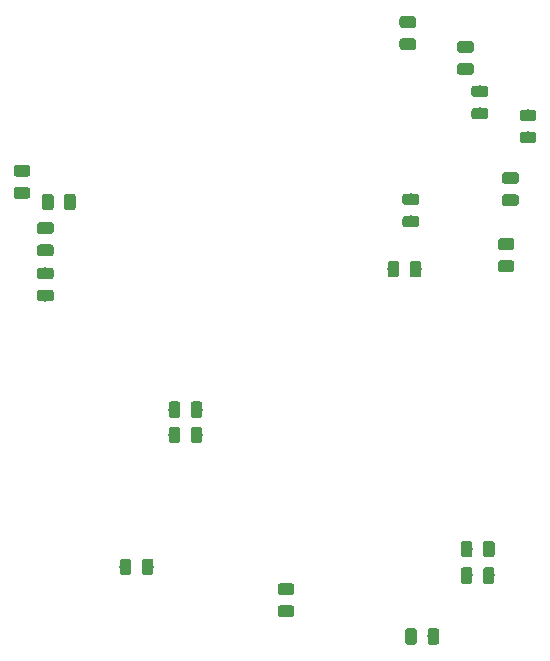
<source format=gbr>
G04 #@! TF.GenerationSoftware,KiCad,Pcbnew,(5.1.2)-1*
G04 #@! TF.CreationDate,2019-05-23T11:15:45-04:00*
G04 #@! TF.ProjectId,lc_dc1000,6c635f64-6331-4303-9030-2e6b69636164,rev?*
G04 #@! TF.SameCoordinates,Original*
G04 #@! TF.FileFunction,Paste,Bot*
G04 #@! TF.FilePolarity,Positive*
%FSLAX46Y46*%
G04 Gerber Fmt 4.6, Leading zero omitted, Abs format (unit mm)*
G04 Created by KiCad (PCBNEW (5.1.2)-1) date 2019-05-23 11:15:45*
%MOMM*%
%LPD*%
G04 APERTURE LIST*
%ADD10C,0.100000*%
%ADD11C,0.975000*%
G04 APERTURE END LIST*
D10*
G36*
X181441242Y-120611574D02*
G01*
X181464903Y-120615084D01*
X181488107Y-120620896D01*
X181510629Y-120628954D01*
X181532253Y-120639182D01*
X181552770Y-120651479D01*
X181571983Y-120665729D01*
X181589707Y-120681793D01*
X181605771Y-120699517D01*
X181620021Y-120718730D01*
X181632318Y-120739247D01*
X181642546Y-120760871D01*
X181650604Y-120783393D01*
X181656416Y-120806597D01*
X181659926Y-120830258D01*
X181661100Y-120854150D01*
X181661100Y-121766650D01*
X181659926Y-121790542D01*
X181656416Y-121814203D01*
X181650604Y-121837407D01*
X181642546Y-121859929D01*
X181632318Y-121881553D01*
X181620021Y-121902070D01*
X181605771Y-121921283D01*
X181589707Y-121939007D01*
X181571983Y-121955071D01*
X181552770Y-121969321D01*
X181532253Y-121981618D01*
X181510629Y-121991846D01*
X181488107Y-121999904D01*
X181464903Y-122005716D01*
X181441242Y-122009226D01*
X181417350Y-122010400D01*
X180929850Y-122010400D01*
X180905958Y-122009226D01*
X180882297Y-122005716D01*
X180859093Y-121999904D01*
X180836571Y-121991846D01*
X180814947Y-121981618D01*
X180794430Y-121969321D01*
X180775217Y-121955071D01*
X180757493Y-121939007D01*
X180741429Y-121921283D01*
X180727179Y-121902070D01*
X180714882Y-121881553D01*
X180704654Y-121859929D01*
X180696596Y-121837407D01*
X180690784Y-121814203D01*
X180687274Y-121790542D01*
X180686100Y-121766650D01*
X180686100Y-120854150D01*
X180687274Y-120830258D01*
X180690784Y-120806597D01*
X180696596Y-120783393D01*
X180704654Y-120760871D01*
X180714882Y-120739247D01*
X180727179Y-120718730D01*
X180741429Y-120699517D01*
X180757493Y-120681793D01*
X180775217Y-120665729D01*
X180794430Y-120651479D01*
X180814947Y-120639182D01*
X180836571Y-120628954D01*
X180859093Y-120620896D01*
X180882297Y-120615084D01*
X180905958Y-120611574D01*
X180929850Y-120610400D01*
X181417350Y-120610400D01*
X181441242Y-120611574D01*
X181441242Y-120611574D01*
G37*
D11*
X181173600Y-121310400D03*
D10*
G36*
X179566242Y-120611574D02*
G01*
X179589903Y-120615084D01*
X179613107Y-120620896D01*
X179635629Y-120628954D01*
X179657253Y-120639182D01*
X179677770Y-120651479D01*
X179696983Y-120665729D01*
X179714707Y-120681793D01*
X179730771Y-120699517D01*
X179745021Y-120718730D01*
X179757318Y-120739247D01*
X179767546Y-120760871D01*
X179775604Y-120783393D01*
X179781416Y-120806597D01*
X179784926Y-120830258D01*
X179786100Y-120854150D01*
X179786100Y-121766650D01*
X179784926Y-121790542D01*
X179781416Y-121814203D01*
X179775604Y-121837407D01*
X179767546Y-121859929D01*
X179757318Y-121881553D01*
X179745021Y-121902070D01*
X179730771Y-121921283D01*
X179714707Y-121939007D01*
X179696983Y-121955071D01*
X179677770Y-121969321D01*
X179657253Y-121981618D01*
X179635629Y-121991846D01*
X179613107Y-121999904D01*
X179589903Y-122005716D01*
X179566242Y-122009226D01*
X179542350Y-122010400D01*
X179054850Y-122010400D01*
X179030958Y-122009226D01*
X179007297Y-122005716D01*
X178984093Y-121999904D01*
X178961571Y-121991846D01*
X178939947Y-121981618D01*
X178919430Y-121969321D01*
X178900217Y-121955071D01*
X178882493Y-121939007D01*
X178866429Y-121921283D01*
X178852179Y-121902070D01*
X178839882Y-121881553D01*
X178829654Y-121859929D01*
X178821596Y-121837407D01*
X178815784Y-121814203D01*
X178812274Y-121790542D01*
X178811100Y-121766650D01*
X178811100Y-120854150D01*
X178812274Y-120830258D01*
X178815784Y-120806597D01*
X178821596Y-120783393D01*
X178829654Y-120760871D01*
X178839882Y-120739247D01*
X178852179Y-120718730D01*
X178866429Y-120699517D01*
X178882493Y-120681793D01*
X178900217Y-120665729D01*
X178919430Y-120651479D01*
X178939947Y-120639182D01*
X178961571Y-120628954D01*
X178984093Y-120620896D01*
X179007297Y-120615084D01*
X179030958Y-120611574D01*
X179054850Y-120610400D01*
X179542350Y-120610400D01*
X179566242Y-120611574D01*
X179566242Y-120611574D01*
G37*
D11*
X179298600Y-121310400D03*
D10*
G36*
X203751642Y-126504374D02*
G01*
X203775303Y-126507884D01*
X203798507Y-126513696D01*
X203821029Y-126521754D01*
X203842653Y-126531982D01*
X203863170Y-126544279D01*
X203882383Y-126558529D01*
X203900107Y-126574593D01*
X203916171Y-126592317D01*
X203930421Y-126611530D01*
X203942718Y-126632047D01*
X203952946Y-126653671D01*
X203961004Y-126676193D01*
X203966816Y-126699397D01*
X203970326Y-126723058D01*
X203971500Y-126746950D01*
X203971500Y-127659450D01*
X203970326Y-127683342D01*
X203966816Y-127707003D01*
X203961004Y-127730207D01*
X203952946Y-127752729D01*
X203942718Y-127774353D01*
X203930421Y-127794870D01*
X203916171Y-127814083D01*
X203900107Y-127831807D01*
X203882383Y-127847871D01*
X203863170Y-127862121D01*
X203842653Y-127874418D01*
X203821029Y-127884646D01*
X203798507Y-127892704D01*
X203775303Y-127898516D01*
X203751642Y-127902026D01*
X203727750Y-127903200D01*
X203240250Y-127903200D01*
X203216358Y-127902026D01*
X203192697Y-127898516D01*
X203169493Y-127892704D01*
X203146971Y-127884646D01*
X203125347Y-127874418D01*
X203104830Y-127862121D01*
X203085617Y-127847871D01*
X203067893Y-127831807D01*
X203051829Y-127814083D01*
X203037579Y-127794870D01*
X203025282Y-127774353D01*
X203015054Y-127752729D01*
X203006996Y-127730207D01*
X203001184Y-127707003D01*
X202997674Y-127683342D01*
X202996500Y-127659450D01*
X202996500Y-126746950D01*
X202997674Y-126723058D01*
X203001184Y-126699397D01*
X203006996Y-126676193D01*
X203015054Y-126653671D01*
X203025282Y-126632047D01*
X203037579Y-126611530D01*
X203051829Y-126592317D01*
X203067893Y-126574593D01*
X203085617Y-126558529D01*
X203104830Y-126544279D01*
X203125347Y-126531982D01*
X203146971Y-126521754D01*
X203169493Y-126513696D01*
X203192697Y-126507884D01*
X203216358Y-126504374D01*
X203240250Y-126503200D01*
X203727750Y-126503200D01*
X203751642Y-126504374D01*
X203751642Y-126504374D01*
G37*
D11*
X203484000Y-127203200D03*
D10*
G36*
X205626642Y-126504374D02*
G01*
X205650303Y-126507884D01*
X205673507Y-126513696D01*
X205696029Y-126521754D01*
X205717653Y-126531982D01*
X205738170Y-126544279D01*
X205757383Y-126558529D01*
X205775107Y-126574593D01*
X205791171Y-126592317D01*
X205805421Y-126611530D01*
X205817718Y-126632047D01*
X205827946Y-126653671D01*
X205836004Y-126676193D01*
X205841816Y-126699397D01*
X205845326Y-126723058D01*
X205846500Y-126746950D01*
X205846500Y-127659450D01*
X205845326Y-127683342D01*
X205841816Y-127707003D01*
X205836004Y-127730207D01*
X205827946Y-127752729D01*
X205817718Y-127774353D01*
X205805421Y-127794870D01*
X205791171Y-127814083D01*
X205775107Y-127831807D01*
X205757383Y-127847871D01*
X205738170Y-127862121D01*
X205717653Y-127874418D01*
X205696029Y-127884646D01*
X205673507Y-127892704D01*
X205650303Y-127898516D01*
X205626642Y-127902026D01*
X205602750Y-127903200D01*
X205115250Y-127903200D01*
X205091358Y-127902026D01*
X205067697Y-127898516D01*
X205044493Y-127892704D01*
X205021971Y-127884646D01*
X205000347Y-127874418D01*
X204979830Y-127862121D01*
X204960617Y-127847871D01*
X204942893Y-127831807D01*
X204926829Y-127814083D01*
X204912579Y-127794870D01*
X204900282Y-127774353D01*
X204890054Y-127752729D01*
X204881996Y-127730207D01*
X204876184Y-127707003D01*
X204872674Y-127683342D01*
X204871500Y-127659450D01*
X204871500Y-126746950D01*
X204872674Y-126723058D01*
X204876184Y-126699397D01*
X204881996Y-126676193D01*
X204890054Y-126653671D01*
X204900282Y-126632047D01*
X204912579Y-126611530D01*
X204926829Y-126592317D01*
X204942893Y-126574593D01*
X204960617Y-126558529D01*
X204979830Y-126544279D01*
X205000347Y-126531982D01*
X205021971Y-126521754D01*
X205044493Y-126513696D01*
X205067697Y-126507884D01*
X205091358Y-126504374D01*
X205115250Y-126503200D01*
X205602750Y-126503200D01*
X205626642Y-126504374D01*
X205626642Y-126504374D01*
G37*
D11*
X205359000Y-127203200D03*
D10*
G36*
X185586042Y-107301974D02*
G01*
X185609703Y-107305484D01*
X185632907Y-107311296D01*
X185655429Y-107319354D01*
X185677053Y-107329582D01*
X185697570Y-107341879D01*
X185716783Y-107356129D01*
X185734507Y-107372193D01*
X185750571Y-107389917D01*
X185764821Y-107409130D01*
X185777118Y-107429647D01*
X185787346Y-107451271D01*
X185795404Y-107473793D01*
X185801216Y-107496997D01*
X185804726Y-107520658D01*
X185805900Y-107544550D01*
X185805900Y-108457050D01*
X185804726Y-108480942D01*
X185801216Y-108504603D01*
X185795404Y-108527807D01*
X185787346Y-108550329D01*
X185777118Y-108571953D01*
X185764821Y-108592470D01*
X185750571Y-108611683D01*
X185734507Y-108629407D01*
X185716783Y-108645471D01*
X185697570Y-108659721D01*
X185677053Y-108672018D01*
X185655429Y-108682246D01*
X185632907Y-108690304D01*
X185609703Y-108696116D01*
X185586042Y-108699626D01*
X185562150Y-108700800D01*
X185074650Y-108700800D01*
X185050758Y-108699626D01*
X185027097Y-108696116D01*
X185003893Y-108690304D01*
X184981371Y-108682246D01*
X184959747Y-108672018D01*
X184939230Y-108659721D01*
X184920017Y-108645471D01*
X184902293Y-108629407D01*
X184886229Y-108611683D01*
X184871979Y-108592470D01*
X184859682Y-108571953D01*
X184849454Y-108550329D01*
X184841396Y-108527807D01*
X184835584Y-108504603D01*
X184832074Y-108480942D01*
X184830900Y-108457050D01*
X184830900Y-107544550D01*
X184832074Y-107520658D01*
X184835584Y-107496997D01*
X184841396Y-107473793D01*
X184849454Y-107451271D01*
X184859682Y-107429647D01*
X184871979Y-107409130D01*
X184886229Y-107389917D01*
X184902293Y-107372193D01*
X184920017Y-107356129D01*
X184939230Y-107341879D01*
X184959747Y-107329582D01*
X184981371Y-107319354D01*
X185003893Y-107311296D01*
X185027097Y-107305484D01*
X185050758Y-107301974D01*
X185074650Y-107300800D01*
X185562150Y-107300800D01*
X185586042Y-107301974D01*
X185586042Y-107301974D01*
G37*
D11*
X185318400Y-108000800D03*
D10*
G36*
X183711042Y-107301974D02*
G01*
X183734703Y-107305484D01*
X183757907Y-107311296D01*
X183780429Y-107319354D01*
X183802053Y-107329582D01*
X183822570Y-107341879D01*
X183841783Y-107356129D01*
X183859507Y-107372193D01*
X183875571Y-107389917D01*
X183889821Y-107409130D01*
X183902118Y-107429647D01*
X183912346Y-107451271D01*
X183920404Y-107473793D01*
X183926216Y-107496997D01*
X183929726Y-107520658D01*
X183930900Y-107544550D01*
X183930900Y-108457050D01*
X183929726Y-108480942D01*
X183926216Y-108504603D01*
X183920404Y-108527807D01*
X183912346Y-108550329D01*
X183902118Y-108571953D01*
X183889821Y-108592470D01*
X183875571Y-108611683D01*
X183859507Y-108629407D01*
X183841783Y-108645471D01*
X183822570Y-108659721D01*
X183802053Y-108672018D01*
X183780429Y-108682246D01*
X183757907Y-108690304D01*
X183734703Y-108696116D01*
X183711042Y-108699626D01*
X183687150Y-108700800D01*
X183199650Y-108700800D01*
X183175758Y-108699626D01*
X183152097Y-108696116D01*
X183128893Y-108690304D01*
X183106371Y-108682246D01*
X183084747Y-108672018D01*
X183064230Y-108659721D01*
X183045017Y-108645471D01*
X183027293Y-108629407D01*
X183011229Y-108611683D01*
X182996979Y-108592470D01*
X182984682Y-108571953D01*
X182974454Y-108550329D01*
X182966396Y-108527807D01*
X182960584Y-108504603D01*
X182957074Y-108480942D01*
X182955900Y-108457050D01*
X182955900Y-107544550D01*
X182957074Y-107520658D01*
X182960584Y-107496997D01*
X182966396Y-107473793D01*
X182974454Y-107451271D01*
X182984682Y-107429647D01*
X182996979Y-107409130D01*
X183011229Y-107389917D01*
X183027293Y-107372193D01*
X183045017Y-107356129D01*
X183064230Y-107341879D01*
X183084747Y-107329582D01*
X183106371Y-107319354D01*
X183128893Y-107311296D01*
X183152097Y-107305484D01*
X183175758Y-107301974D01*
X183199650Y-107300800D01*
X183687150Y-107300800D01*
X183711042Y-107301974D01*
X183711042Y-107301974D01*
G37*
D11*
X183443400Y-108000800D03*
D10*
G36*
X171015742Y-89171074D02*
G01*
X171039403Y-89174584D01*
X171062607Y-89180396D01*
X171085129Y-89188454D01*
X171106753Y-89198682D01*
X171127270Y-89210979D01*
X171146483Y-89225229D01*
X171164207Y-89241293D01*
X171180271Y-89259017D01*
X171194521Y-89278230D01*
X171206818Y-89298747D01*
X171217046Y-89320371D01*
X171225104Y-89342893D01*
X171230916Y-89366097D01*
X171234426Y-89389758D01*
X171235600Y-89413650D01*
X171235600Y-89901150D01*
X171234426Y-89925042D01*
X171230916Y-89948703D01*
X171225104Y-89971907D01*
X171217046Y-89994429D01*
X171206818Y-90016053D01*
X171194521Y-90036570D01*
X171180271Y-90055783D01*
X171164207Y-90073507D01*
X171146483Y-90089571D01*
X171127270Y-90103821D01*
X171106753Y-90116118D01*
X171085129Y-90126346D01*
X171062607Y-90134404D01*
X171039403Y-90140216D01*
X171015742Y-90143726D01*
X170991850Y-90144900D01*
X170079350Y-90144900D01*
X170055458Y-90143726D01*
X170031797Y-90140216D01*
X170008593Y-90134404D01*
X169986071Y-90126346D01*
X169964447Y-90116118D01*
X169943930Y-90103821D01*
X169924717Y-90089571D01*
X169906993Y-90073507D01*
X169890929Y-90055783D01*
X169876679Y-90036570D01*
X169864382Y-90016053D01*
X169854154Y-89994429D01*
X169846096Y-89971907D01*
X169840284Y-89948703D01*
X169836774Y-89925042D01*
X169835600Y-89901150D01*
X169835600Y-89413650D01*
X169836774Y-89389758D01*
X169840284Y-89366097D01*
X169846096Y-89342893D01*
X169854154Y-89320371D01*
X169864382Y-89298747D01*
X169876679Y-89278230D01*
X169890929Y-89259017D01*
X169906993Y-89241293D01*
X169924717Y-89225229D01*
X169943930Y-89210979D01*
X169964447Y-89198682D01*
X169986071Y-89188454D01*
X170008593Y-89180396D01*
X170031797Y-89174584D01*
X170055458Y-89171074D01*
X170079350Y-89169900D01*
X170991850Y-89169900D01*
X171015742Y-89171074D01*
X171015742Y-89171074D01*
G37*
D11*
X170535600Y-89657400D03*
D10*
G36*
X171015742Y-87296074D02*
G01*
X171039403Y-87299584D01*
X171062607Y-87305396D01*
X171085129Y-87313454D01*
X171106753Y-87323682D01*
X171127270Y-87335979D01*
X171146483Y-87350229D01*
X171164207Y-87366293D01*
X171180271Y-87384017D01*
X171194521Y-87403230D01*
X171206818Y-87423747D01*
X171217046Y-87445371D01*
X171225104Y-87467893D01*
X171230916Y-87491097D01*
X171234426Y-87514758D01*
X171235600Y-87538650D01*
X171235600Y-88026150D01*
X171234426Y-88050042D01*
X171230916Y-88073703D01*
X171225104Y-88096907D01*
X171217046Y-88119429D01*
X171206818Y-88141053D01*
X171194521Y-88161570D01*
X171180271Y-88180783D01*
X171164207Y-88198507D01*
X171146483Y-88214571D01*
X171127270Y-88228821D01*
X171106753Y-88241118D01*
X171085129Y-88251346D01*
X171062607Y-88259404D01*
X171039403Y-88265216D01*
X171015742Y-88268726D01*
X170991850Y-88269900D01*
X170079350Y-88269900D01*
X170055458Y-88268726D01*
X170031797Y-88265216D01*
X170008593Y-88259404D01*
X169986071Y-88251346D01*
X169964447Y-88241118D01*
X169943930Y-88228821D01*
X169924717Y-88214571D01*
X169906993Y-88198507D01*
X169890929Y-88180783D01*
X169876679Y-88161570D01*
X169864382Y-88141053D01*
X169854154Y-88119429D01*
X169846096Y-88096907D01*
X169840284Y-88073703D01*
X169836774Y-88050042D01*
X169835600Y-88026150D01*
X169835600Y-87538650D01*
X169836774Y-87514758D01*
X169840284Y-87491097D01*
X169846096Y-87467893D01*
X169854154Y-87445371D01*
X169864382Y-87423747D01*
X169876679Y-87403230D01*
X169890929Y-87384017D01*
X169906993Y-87366293D01*
X169924717Y-87350229D01*
X169943930Y-87335979D01*
X169964447Y-87323682D01*
X169986071Y-87313454D01*
X170008593Y-87305396D01*
X170031797Y-87299584D01*
X170055458Y-87296074D01*
X170079350Y-87294900D01*
X170991850Y-87294900D01*
X171015742Y-87296074D01*
X171015742Y-87296074D01*
G37*
D11*
X170535600Y-87782400D03*
D10*
G36*
X172996942Y-92147474D02*
G01*
X173020603Y-92150984D01*
X173043807Y-92156796D01*
X173066329Y-92164854D01*
X173087953Y-92175082D01*
X173108470Y-92187379D01*
X173127683Y-92201629D01*
X173145407Y-92217693D01*
X173161471Y-92235417D01*
X173175721Y-92254630D01*
X173188018Y-92275147D01*
X173198246Y-92296771D01*
X173206304Y-92319293D01*
X173212116Y-92342497D01*
X173215626Y-92366158D01*
X173216800Y-92390050D01*
X173216800Y-92877550D01*
X173215626Y-92901442D01*
X173212116Y-92925103D01*
X173206304Y-92948307D01*
X173198246Y-92970829D01*
X173188018Y-92992453D01*
X173175721Y-93012970D01*
X173161471Y-93032183D01*
X173145407Y-93049907D01*
X173127683Y-93065971D01*
X173108470Y-93080221D01*
X173087953Y-93092518D01*
X173066329Y-93102746D01*
X173043807Y-93110804D01*
X173020603Y-93116616D01*
X172996942Y-93120126D01*
X172973050Y-93121300D01*
X172060550Y-93121300D01*
X172036658Y-93120126D01*
X172012997Y-93116616D01*
X171989793Y-93110804D01*
X171967271Y-93102746D01*
X171945647Y-93092518D01*
X171925130Y-93080221D01*
X171905917Y-93065971D01*
X171888193Y-93049907D01*
X171872129Y-93032183D01*
X171857879Y-93012970D01*
X171845582Y-92992453D01*
X171835354Y-92970829D01*
X171827296Y-92948307D01*
X171821484Y-92925103D01*
X171817974Y-92901442D01*
X171816800Y-92877550D01*
X171816800Y-92390050D01*
X171817974Y-92366158D01*
X171821484Y-92342497D01*
X171827296Y-92319293D01*
X171835354Y-92296771D01*
X171845582Y-92275147D01*
X171857879Y-92254630D01*
X171872129Y-92235417D01*
X171888193Y-92217693D01*
X171905917Y-92201629D01*
X171925130Y-92187379D01*
X171945647Y-92175082D01*
X171967271Y-92164854D01*
X171989793Y-92156796D01*
X172012997Y-92150984D01*
X172036658Y-92147474D01*
X172060550Y-92146300D01*
X172973050Y-92146300D01*
X172996942Y-92147474D01*
X172996942Y-92147474D01*
G37*
D11*
X172516800Y-92633800D03*
D10*
G36*
X172996942Y-94022474D02*
G01*
X173020603Y-94025984D01*
X173043807Y-94031796D01*
X173066329Y-94039854D01*
X173087953Y-94050082D01*
X173108470Y-94062379D01*
X173127683Y-94076629D01*
X173145407Y-94092693D01*
X173161471Y-94110417D01*
X173175721Y-94129630D01*
X173188018Y-94150147D01*
X173198246Y-94171771D01*
X173206304Y-94194293D01*
X173212116Y-94217497D01*
X173215626Y-94241158D01*
X173216800Y-94265050D01*
X173216800Y-94752550D01*
X173215626Y-94776442D01*
X173212116Y-94800103D01*
X173206304Y-94823307D01*
X173198246Y-94845829D01*
X173188018Y-94867453D01*
X173175721Y-94887970D01*
X173161471Y-94907183D01*
X173145407Y-94924907D01*
X173127683Y-94940971D01*
X173108470Y-94955221D01*
X173087953Y-94967518D01*
X173066329Y-94977746D01*
X173043807Y-94985804D01*
X173020603Y-94991616D01*
X172996942Y-94995126D01*
X172973050Y-94996300D01*
X172060550Y-94996300D01*
X172036658Y-94995126D01*
X172012997Y-94991616D01*
X171989793Y-94985804D01*
X171967271Y-94977746D01*
X171945647Y-94967518D01*
X171925130Y-94955221D01*
X171905917Y-94940971D01*
X171888193Y-94924907D01*
X171872129Y-94907183D01*
X171857879Y-94887970D01*
X171845582Y-94867453D01*
X171835354Y-94845829D01*
X171827296Y-94823307D01*
X171821484Y-94800103D01*
X171817974Y-94776442D01*
X171816800Y-94752550D01*
X171816800Y-94265050D01*
X171817974Y-94241158D01*
X171821484Y-94217497D01*
X171827296Y-94194293D01*
X171835354Y-94171771D01*
X171845582Y-94150147D01*
X171857879Y-94129630D01*
X171872129Y-94110417D01*
X171888193Y-94092693D01*
X171905917Y-94076629D01*
X171925130Y-94062379D01*
X171945647Y-94050082D01*
X171967271Y-94039854D01*
X171989793Y-94031796D01*
X172012997Y-94025984D01*
X172036658Y-94022474D01*
X172060550Y-94021300D01*
X172973050Y-94021300D01*
X172996942Y-94022474D01*
X172996942Y-94022474D01*
G37*
D11*
X172516800Y-94508800D03*
D10*
G36*
X193367742Y-122708274D02*
G01*
X193391403Y-122711784D01*
X193414607Y-122717596D01*
X193437129Y-122725654D01*
X193458753Y-122735882D01*
X193479270Y-122748179D01*
X193498483Y-122762429D01*
X193516207Y-122778493D01*
X193532271Y-122796217D01*
X193546521Y-122815430D01*
X193558818Y-122835947D01*
X193569046Y-122857571D01*
X193577104Y-122880093D01*
X193582916Y-122903297D01*
X193586426Y-122926958D01*
X193587600Y-122950850D01*
X193587600Y-123438350D01*
X193586426Y-123462242D01*
X193582916Y-123485903D01*
X193577104Y-123509107D01*
X193569046Y-123531629D01*
X193558818Y-123553253D01*
X193546521Y-123573770D01*
X193532271Y-123592983D01*
X193516207Y-123610707D01*
X193498483Y-123626771D01*
X193479270Y-123641021D01*
X193458753Y-123653318D01*
X193437129Y-123663546D01*
X193414607Y-123671604D01*
X193391403Y-123677416D01*
X193367742Y-123680926D01*
X193343850Y-123682100D01*
X192431350Y-123682100D01*
X192407458Y-123680926D01*
X192383797Y-123677416D01*
X192360593Y-123671604D01*
X192338071Y-123663546D01*
X192316447Y-123653318D01*
X192295930Y-123641021D01*
X192276717Y-123626771D01*
X192258993Y-123610707D01*
X192242929Y-123592983D01*
X192228679Y-123573770D01*
X192216382Y-123553253D01*
X192206154Y-123531629D01*
X192198096Y-123509107D01*
X192192284Y-123485903D01*
X192188774Y-123462242D01*
X192187600Y-123438350D01*
X192187600Y-122950850D01*
X192188774Y-122926958D01*
X192192284Y-122903297D01*
X192198096Y-122880093D01*
X192206154Y-122857571D01*
X192216382Y-122835947D01*
X192228679Y-122815430D01*
X192242929Y-122796217D01*
X192258993Y-122778493D01*
X192276717Y-122762429D01*
X192295930Y-122748179D01*
X192316447Y-122735882D01*
X192338071Y-122725654D01*
X192360593Y-122717596D01*
X192383797Y-122711784D01*
X192407458Y-122708274D01*
X192431350Y-122707100D01*
X193343850Y-122707100D01*
X193367742Y-122708274D01*
X193367742Y-122708274D01*
G37*
D11*
X192887600Y-123194600D03*
D10*
G36*
X193367742Y-124583274D02*
G01*
X193391403Y-124586784D01*
X193414607Y-124592596D01*
X193437129Y-124600654D01*
X193458753Y-124610882D01*
X193479270Y-124623179D01*
X193498483Y-124637429D01*
X193516207Y-124653493D01*
X193532271Y-124671217D01*
X193546521Y-124690430D01*
X193558818Y-124710947D01*
X193569046Y-124732571D01*
X193577104Y-124755093D01*
X193582916Y-124778297D01*
X193586426Y-124801958D01*
X193587600Y-124825850D01*
X193587600Y-125313350D01*
X193586426Y-125337242D01*
X193582916Y-125360903D01*
X193577104Y-125384107D01*
X193569046Y-125406629D01*
X193558818Y-125428253D01*
X193546521Y-125448770D01*
X193532271Y-125467983D01*
X193516207Y-125485707D01*
X193498483Y-125501771D01*
X193479270Y-125516021D01*
X193458753Y-125528318D01*
X193437129Y-125538546D01*
X193414607Y-125546604D01*
X193391403Y-125552416D01*
X193367742Y-125555926D01*
X193343850Y-125557100D01*
X192431350Y-125557100D01*
X192407458Y-125555926D01*
X192383797Y-125552416D01*
X192360593Y-125546604D01*
X192338071Y-125538546D01*
X192316447Y-125528318D01*
X192295930Y-125516021D01*
X192276717Y-125501771D01*
X192258993Y-125485707D01*
X192242929Y-125467983D01*
X192228679Y-125448770D01*
X192216382Y-125428253D01*
X192206154Y-125406629D01*
X192198096Y-125384107D01*
X192192284Y-125360903D01*
X192188774Y-125337242D01*
X192187600Y-125313350D01*
X192187600Y-124825850D01*
X192188774Y-124801958D01*
X192192284Y-124778297D01*
X192198096Y-124755093D01*
X192206154Y-124732571D01*
X192216382Y-124710947D01*
X192228679Y-124690430D01*
X192242929Y-124671217D01*
X192258993Y-124653493D01*
X192276717Y-124637429D01*
X192295930Y-124623179D01*
X192316447Y-124610882D01*
X192338071Y-124600654D01*
X192360593Y-124592596D01*
X192383797Y-124586784D01*
X192407458Y-124583274D01*
X192431350Y-124582100D01*
X193343850Y-124582100D01*
X193367742Y-124583274D01*
X193367742Y-124583274D01*
G37*
D11*
X192887600Y-125069600D03*
D10*
G36*
X210325642Y-119112974D02*
G01*
X210349303Y-119116484D01*
X210372507Y-119122296D01*
X210395029Y-119130354D01*
X210416653Y-119140582D01*
X210437170Y-119152879D01*
X210456383Y-119167129D01*
X210474107Y-119183193D01*
X210490171Y-119200917D01*
X210504421Y-119220130D01*
X210516718Y-119240647D01*
X210526946Y-119262271D01*
X210535004Y-119284793D01*
X210540816Y-119307997D01*
X210544326Y-119331658D01*
X210545500Y-119355550D01*
X210545500Y-120268050D01*
X210544326Y-120291942D01*
X210540816Y-120315603D01*
X210535004Y-120338807D01*
X210526946Y-120361329D01*
X210516718Y-120382953D01*
X210504421Y-120403470D01*
X210490171Y-120422683D01*
X210474107Y-120440407D01*
X210456383Y-120456471D01*
X210437170Y-120470721D01*
X210416653Y-120483018D01*
X210395029Y-120493246D01*
X210372507Y-120501304D01*
X210349303Y-120507116D01*
X210325642Y-120510626D01*
X210301750Y-120511800D01*
X209814250Y-120511800D01*
X209790358Y-120510626D01*
X209766697Y-120507116D01*
X209743493Y-120501304D01*
X209720971Y-120493246D01*
X209699347Y-120483018D01*
X209678830Y-120470721D01*
X209659617Y-120456471D01*
X209641893Y-120440407D01*
X209625829Y-120422683D01*
X209611579Y-120403470D01*
X209599282Y-120382953D01*
X209589054Y-120361329D01*
X209580996Y-120338807D01*
X209575184Y-120315603D01*
X209571674Y-120291942D01*
X209570500Y-120268050D01*
X209570500Y-119355550D01*
X209571674Y-119331658D01*
X209575184Y-119307997D01*
X209580996Y-119284793D01*
X209589054Y-119262271D01*
X209599282Y-119240647D01*
X209611579Y-119220130D01*
X209625829Y-119200917D01*
X209641893Y-119183193D01*
X209659617Y-119167129D01*
X209678830Y-119152879D01*
X209699347Y-119140582D01*
X209720971Y-119130354D01*
X209743493Y-119122296D01*
X209766697Y-119116484D01*
X209790358Y-119112974D01*
X209814250Y-119111800D01*
X210301750Y-119111800D01*
X210325642Y-119112974D01*
X210325642Y-119112974D01*
G37*
D11*
X210058000Y-119811800D03*
D10*
G36*
X208450642Y-119112974D02*
G01*
X208474303Y-119116484D01*
X208497507Y-119122296D01*
X208520029Y-119130354D01*
X208541653Y-119140582D01*
X208562170Y-119152879D01*
X208581383Y-119167129D01*
X208599107Y-119183193D01*
X208615171Y-119200917D01*
X208629421Y-119220130D01*
X208641718Y-119240647D01*
X208651946Y-119262271D01*
X208660004Y-119284793D01*
X208665816Y-119307997D01*
X208669326Y-119331658D01*
X208670500Y-119355550D01*
X208670500Y-120268050D01*
X208669326Y-120291942D01*
X208665816Y-120315603D01*
X208660004Y-120338807D01*
X208651946Y-120361329D01*
X208641718Y-120382953D01*
X208629421Y-120403470D01*
X208615171Y-120422683D01*
X208599107Y-120440407D01*
X208581383Y-120456471D01*
X208562170Y-120470721D01*
X208541653Y-120483018D01*
X208520029Y-120493246D01*
X208497507Y-120501304D01*
X208474303Y-120507116D01*
X208450642Y-120510626D01*
X208426750Y-120511800D01*
X207939250Y-120511800D01*
X207915358Y-120510626D01*
X207891697Y-120507116D01*
X207868493Y-120501304D01*
X207845971Y-120493246D01*
X207824347Y-120483018D01*
X207803830Y-120470721D01*
X207784617Y-120456471D01*
X207766893Y-120440407D01*
X207750829Y-120422683D01*
X207736579Y-120403470D01*
X207724282Y-120382953D01*
X207714054Y-120361329D01*
X207705996Y-120338807D01*
X207700184Y-120315603D01*
X207696674Y-120291942D01*
X207695500Y-120268050D01*
X207695500Y-119355550D01*
X207696674Y-119331658D01*
X207700184Y-119307997D01*
X207705996Y-119284793D01*
X207714054Y-119262271D01*
X207724282Y-119240647D01*
X207736579Y-119220130D01*
X207750829Y-119200917D01*
X207766893Y-119183193D01*
X207784617Y-119167129D01*
X207803830Y-119152879D01*
X207824347Y-119140582D01*
X207845971Y-119130354D01*
X207868493Y-119122296D01*
X207891697Y-119116484D01*
X207915358Y-119112974D01*
X207939250Y-119111800D01*
X208426750Y-119111800D01*
X208450642Y-119112974D01*
X208450642Y-119112974D01*
G37*
D11*
X208183000Y-119811800D03*
D10*
G36*
X204125742Y-95414774D02*
G01*
X204149403Y-95418284D01*
X204172607Y-95424096D01*
X204195129Y-95432154D01*
X204216753Y-95442382D01*
X204237270Y-95454679D01*
X204256483Y-95468929D01*
X204274207Y-95484993D01*
X204290271Y-95502717D01*
X204304521Y-95521930D01*
X204316818Y-95542447D01*
X204327046Y-95564071D01*
X204335104Y-95586593D01*
X204340916Y-95609797D01*
X204344426Y-95633458D01*
X204345600Y-95657350D01*
X204345600Y-96569850D01*
X204344426Y-96593742D01*
X204340916Y-96617403D01*
X204335104Y-96640607D01*
X204327046Y-96663129D01*
X204316818Y-96684753D01*
X204304521Y-96705270D01*
X204290271Y-96724483D01*
X204274207Y-96742207D01*
X204256483Y-96758271D01*
X204237270Y-96772521D01*
X204216753Y-96784818D01*
X204195129Y-96795046D01*
X204172607Y-96803104D01*
X204149403Y-96808916D01*
X204125742Y-96812426D01*
X204101850Y-96813600D01*
X203614350Y-96813600D01*
X203590458Y-96812426D01*
X203566797Y-96808916D01*
X203543593Y-96803104D01*
X203521071Y-96795046D01*
X203499447Y-96784818D01*
X203478930Y-96772521D01*
X203459717Y-96758271D01*
X203441993Y-96742207D01*
X203425929Y-96724483D01*
X203411679Y-96705270D01*
X203399382Y-96684753D01*
X203389154Y-96663129D01*
X203381096Y-96640607D01*
X203375284Y-96617403D01*
X203371774Y-96593742D01*
X203370600Y-96569850D01*
X203370600Y-95657350D01*
X203371774Y-95633458D01*
X203375284Y-95609797D01*
X203381096Y-95586593D01*
X203389154Y-95564071D01*
X203399382Y-95542447D01*
X203411679Y-95521930D01*
X203425929Y-95502717D01*
X203441993Y-95484993D01*
X203459717Y-95468929D01*
X203478930Y-95454679D01*
X203499447Y-95442382D01*
X203521071Y-95432154D01*
X203543593Y-95424096D01*
X203566797Y-95418284D01*
X203590458Y-95414774D01*
X203614350Y-95413600D01*
X204101850Y-95413600D01*
X204125742Y-95414774D01*
X204125742Y-95414774D01*
G37*
D11*
X203858100Y-96113600D03*
D10*
G36*
X202250742Y-95414774D02*
G01*
X202274403Y-95418284D01*
X202297607Y-95424096D01*
X202320129Y-95432154D01*
X202341753Y-95442382D01*
X202362270Y-95454679D01*
X202381483Y-95468929D01*
X202399207Y-95484993D01*
X202415271Y-95502717D01*
X202429521Y-95521930D01*
X202441818Y-95542447D01*
X202452046Y-95564071D01*
X202460104Y-95586593D01*
X202465916Y-95609797D01*
X202469426Y-95633458D01*
X202470600Y-95657350D01*
X202470600Y-96569850D01*
X202469426Y-96593742D01*
X202465916Y-96617403D01*
X202460104Y-96640607D01*
X202452046Y-96663129D01*
X202441818Y-96684753D01*
X202429521Y-96705270D01*
X202415271Y-96724483D01*
X202399207Y-96742207D01*
X202381483Y-96758271D01*
X202362270Y-96772521D01*
X202341753Y-96784818D01*
X202320129Y-96795046D01*
X202297607Y-96803104D01*
X202274403Y-96808916D01*
X202250742Y-96812426D01*
X202226850Y-96813600D01*
X201739350Y-96813600D01*
X201715458Y-96812426D01*
X201691797Y-96808916D01*
X201668593Y-96803104D01*
X201646071Y-96795046D01*
X201624447Y-96784818D01*
X201603930Y-96772521D01*
X201584717Y-96758271D01*
X201566993Y-96742207D01*
X201550929Y-96724483D01*
X201536679Y-96705270D01*
X201524382Y-96684753D01*
X201514154Y-96663129D01*
X201506096Y-96640607D01*
X201500284Y-96617403D01*
X201496774Y-96593742D01*
X201495600Y-96569850D01*
X201495600Y-95657350D01*
X201496774Y-95633458D01*
X201500284Y-95609797D01*
X201506096Y-95586593D01*
X201514154Y-95564071D01*
X201524382Y-95542447D01*
X201536679Y-95521930D01*
X201550929Y-95502717D01*
X201566993Y-95484993D01*
X201584717Y-95468929D01*
X201603930Y-95454679D01*
X201624447Y-95442382D01*
X201646071Y-95432154D01*
X201668593Y-95424096D01*
X201691797Y-95418284D01*
X201715458Y-95414774D01*
X201739350Y-95413600D01*
X202226850Y-95413600D01*
X202250742Y-95414774D01*
X202250742Y-95414774D01*
G37*
D11*
X201983100Y-96113600D03*
D10*
G36*
X212011342Y-95368674D02*
G01*
X212035003Y-95372184D01*
X212058207Y-95377996D01*
X212080729Y-95386054D01*
X212102353Y-95396282D01*
X212122870Y-95408579D01*
X212142083Y-95422829D01*
X212159807Y-95438893D01*
X212175871Y-95456617D01*
X212190121Y-95475830D01*
X212202418Y-95496347D01*
X212212646Y-95517971D01*
X212220704Y-95540493D01*
X212226516Y-95563697D01*
X212230026Y-95587358D01*
X212231200Y-95611250D01*
X212231200Y-96098750D01*
X212230026Y-96122642D01*
X212226516Y-96146303D01*
X212220704Y-96169507D01*
X212212646Y-96192029D01*
X212202418Y-96213653D01*
X212190121Y-96234170D01*
X212175871Y-96253383D01*
X212159807Y-96271107D01*
X212142083Y-96287171D01*
X212122870Y-96301421D01*
X212102353Y-96313718D01*
X212080729Y-96323946D01*
X212058207Y-96332004D01*
X212035003Y-96337816D01*
X212011342Y-96341326D01*
X211987450Y-96342500D01*
X211074950Y-96342500D01*
X211051058Y-96341326D01*
X211027397Y-96337816D01*
X211004193Y-96332004D01*
X210981671Y-96323946D01*
X210960047Y-96313718D01*
X210939530Y-96301421D01*
X210920317Y-96287171D01*
X210902593Y-96271107D01*
X210886529Y-96253383D01*
X210872279Y-96234170D01*
X210859982Y-96213653D01*
X210849754Y-96192029D01*
X210841696Y-96169507D01*
X210835884Y-96146303D01*
X210832374Y-96122642D01*
X210831200Y-96098750D01*
X210831200Y-95611250D01*
X210832374Y-95587358D01*
X210835884Y-95563697D01*
X210841696Y-95540493D01*
X210849754Y-95517971D01*
X210859982Y-95496347D01*
X210872279Y-95475830D01*
X210886529Y-95456617D01*
X210902593Y-95438893D01*
X210920317Y-95422829D01*
X210939530Y-95408579D01*
X210960047Y-95396282D01*
X210981671Y-95386054D01*
X211004193Y-95377996D01*
X211027397Y-95372184D01*
X211051058Y-95368674D01*
X211074950Y-95367500D01*
X211987450Y-95367500D01*
X212011342Y-95368674D01*
X212011342Y-95368674D01*
G37*
D11*
X211531200Y-95855000D03*
D10*
G36*
X212011342Y-93493674D02*
G01*
X212035003Y-93497184D01*
X212058207Y-93502996D01*
X212080729Y-93511054D01*
X212102353Y-93521282D01*
X212122870Y-93533579D01*
X212142083Y-93547829D01*
X212159807Y-93563893D01*
X212175871Y-93581617D01*
X212190121Y-93600830D01*
X212202418Y-93621347D01*
X212212646Y-93642971D01*
X212220704Y-93665493D01*
X212226516Y-93688697D01*
X212230026Y-93712358D01*
X212231200Y-93736250D01*
X212231200Y-94223750D01*
X212230026Y-94247642D01*
X212226516Y-94271303D01*
X212220704Y-94294507D01*
X212212646Y-94317029D01*
X212202418Y-94338653D01*
X212190121Y-94359170D01*
X212175871Y-94378383D01*
X212159807Y-94396107D01*
X212142083Y-94412171D01*
X212122870Y-94426421D01*
X212102353Y-94438718D01*
X212080729Y-94448946D01*
X212058207Y-94457004D01*
X212035003Y-94462816D01*
X212011342Y-94466326D01*
X211987450Y-94467500D01*
X211074950Y-94467500D01*
X211051058Y-94466326D01*
X211027397Y-94462816D01*
X211004193Y-94457004D01*
X210981671Y-94448946D01*
X210960047Y-94438718D01*
X210939530Y-94426421D01*
X210920317Y-94412171D01*
X210902593Y-94396107D01*
X210886529Y-94378383D01*
X210872279Y-94359170D01*
X210859982Y-94338653D01*
X210849754Y-94317029D01*
X210841696Y-94294507D01*
X210835884Y-94271303D01*
X210832374Y-94247642D01*
X210831200Y-94223750D01*
X210831200Y-93736250D01*
X210832374Y-93712358D01*
X210835884Y-93688697D01*
X210841696Y-93665493D01*
X210849754Y-93642971D01*
X210859982Y-93621347D01*
X210872279Y-93600830D01*
X210886529Y-93581617D01*
X210902593Y-93563893D01*
X210920317Y-93547829D01*
X210939530Y-93533579D01*
X210960047Y-93521282D01*
X210981671Y-93511054D01*
X211004193Y-93502996D01*
X211027397Y-93497184D01*
X211051058Y-93493674D01*
X211074950Y-93492500D01*
X211987450Y-93492500D01*
X212011342Y-93493674D01*
X212011342Y-93493674D01*
G37*
D11*
X211531200Y-93980000D03*
D10*
G36*
X203934142Y-89713674D02*
G01*
X203957803Y-89717184D01*
X203981007Y-89722996D01*
X204003529Y-89731054D01*
X204025153Y-89741282D01*
X204045670Y-89753579D01*
X204064883Y-89767829D01*
X204082607Y-89783893D01*
X204098671Y-89801617D01*
X204112921Y-89820830D01*
X204125218Y-89841347D01*
X204135446Y-89862971D01*
X204143504Y-89885493D01*
X204149316Y-89908697D01*
X204152826Y-89932358D01*
X204154000Y-89956250D01*
X204154000Y-90443750D01*
X204152826Y-90467642D01*
X204149316Y-90491303D01*
X204143504Y-90514507D01*
X204135446Y-90537029D01*
X204125218Y-90558653D01*
X204112921Y-90579170D01*
X204098671Y-90598383D01*
X204082607Y-90616107D01*
X204064883Y-90632171D01*
X204045670Y-90646421D01*
X204025153Y-90658718D01*
X204003529Y-90668946D01*
X203981007Y-90677004D01*
X203957803Y-90682816D01*
X203934142Y-90686326D01*
X203910250Y-90687500D01*
X202997750Y-90687500D01*
X202973858Y-90686326D01*
X202950197Y-90682816D01*
X202926993Y-90677004D01*
X202904471Y-90668946D01*
X202882847Y-90658718D01*
X202862330Y-90646421D01*
X202843117Y-90632171D01*
X202825393Y-90616107D01*
X202809329Y-90598383D01*
X202795079Y-90579170D01*
X202782782Y-90558653D01*
X202772554Y-90537029D01*
X202764496Y-90514507D01*
X202758684Y-90491303D01*
X202755174Y-90467642D01*
X202754000Y-90443750D01*
X202754000Y-89956250D01*
X202755174Y-89932358D01*
X202758684Y-89908697D01*
X202764496Y-89885493D01*
X202772554Y-89862971D01*
X202782782Y-89841347D01*
X202795079Y-89820830D01*
X202809329Y-89801617D01*
X202825393Y-89783893D01*
X202843117Y-89767829D01*
X202862330Y-89753579D01*
X202882847Y-89741282D01*
X202904471Y-89731054D01*
X202926993Y-89722996D01*
X202950197Y-89717184D01*
X202973858Y-89713674D01*
X202997750Y-89712500D01*
X203910250Y-89712500D01*
X203934142Y-89713674D01*
X203934142Y-89713674D01*
G37*
D11*
X203454000Y-90200000D03*
D10*
G36*
X203934142Y-91588674D02*
G01*
X203957803Y-91592184D01*
X203981007Y-91597996D01*
X204003529Y-91606054D01*
X204025153Y-91616282D01*
X204045670Y-91628579D01*
X204064883Y-91642829D01*
X204082607Y-91658893D01*
X204098671Y-91676617D01*
X204112921Y-91695830D01*
X204125218Y-91716347D01*
X204135446Y-91737971D01*
X204143504Y-91760493D01*
X204149316Y-91783697D01*
X204152826Y-91807358D01*
X204154000Y-91831250D01*
X204154000Y-92318750D01*
X204152826Y-92342642D01*
X204149316Y-92366303D01*
X204143504Y-92389507D01*
X204135446Y-92412029D01*
X204125218Y-92433653D01*
X204112921Y-92454170D01*
X204098671Y-92473383D01*
X204082607Y-92491107D01*
X204064883Y-92507171D01*
X204045670Y-92521421D01*
X204025153Y-92533718D01*
X204003529Y-92543946D01*
X203981007Y-92552004D01*
X203957803Y-92557816D01*
X203934142Y-92561326D01*
X203910250Y-92562500D01*
X202997750Y-92562500D01*
X202973858Y-92561326D01*
X202950197Y-92557816D01*
X202926993Y-92552004D01*
X202904471Y-92543946D01*
X202882847Y-92533718D01*
X202862330Y-92521421D01*
X202843117Y-92507171D01*
X202825393Y-92491107D01*
X202809329Y-92473383D01*
X202795079Y-92454170D01*
X202782782Y-92433653D01*
X202772554Y-92412029D01*
X202764496Y-92389507D01*
X202758684Y-92366303D01*
X202755174Y-92342642D01*
X202754000Y-92318750D01*
X202754000Y-91831250D01*
X202755174Y-91807358D01*
X202758684Y-91783697D01*
X202764496Y-91760493D01*
X202772554Y-91737971D01*
X202782782Y-91716347D01*
X202795079Y-91695830D01*
X202809329Y-91676617D01*
X202825393Y-91658893D01*
X202843117Y-91642829D01*
X202862330Y-91628579D01*
X202882847Y-91616282D01*
X202904471Y-91606054D01*
X202926993Y-91597996D01*
X202950197Y-91592184D01*
X202973858Y-91588674D01*
X202997750Y-91587500D01*
X203910250Y-91587500D01*
X203934142Y-91588674D01*
X203934142Y-91588674D01*
G37*
D11*
X203454000Y-92075000D03*
D10*
G36*
X203680142Y-76572674D02*
G01*
X203703803Y-76576184D01*
X203727007Y-76581996D01*
X203749529Y-76590054D01*
X203771153Y-76600282D01*
X203791670Y-76612579D01*
X203810883Y-76626829D01*
X203828607Y-76642893D01*
X203844671Y-76660617D01*
X203858921Y-76679830D01*
X203871218Y-76700347D01*
X203881446Y-76721971D01*
X203889504Y-76744493D01*
X203895316Y-76767697D01*
X203898826Y-76791358D01*
X203900000Y-76815250D01*
X203900000Y-77302750D01*
X203898826Y-77326642D01*
X203895316Y-77350303D01*
X203889504Y-77373507D01*
X203881446Y-77396029D01*
X203871218Y-77417653D01*
X203858921Y-77438170D01*
X203844671Y-77457383D01*
X203828607Y-77475107D01*
X203810883Y-77491171D01*
X203791670Y-77505421D01*
X203771153Y-77517718D01*
X203749529Y-77527946D01*
X203727007Y-77536004D01*
X203703803Y-77541816D01*
X203680142Y-77545326D01*
X203656250Y-77546500D01*
X202743750Y-77546500D01*
X202719858Y-77545326D01*
X202696197Y-77541816D01*
X202672993Y-77536004D01*
X202650471Y-77527946D01*
X202628847Y-77517718D01*
X202608330Y-77505421D01*
X202589117Y-77491171D01*
X202571393Y-77475107D01*
X202555329Y-77457383D01*
X202541079Y-77438170D01*
X202528782Y-77417653D01*
X202518554Y-77396029D01*
X202510496Y-77373507D01*
X202504684Y-77350303D01*
X202501174Y-77326642D01*
X202500000Y-77302750D01*
X202500000Y-76815250D01*
X202501174Y-76791358D01*
X202504684Y-76767697D01*
X202510496Y-76744493D01*
X202518554Y-76721971D01*
X202528782Y-76700347D01*
X202541079Y-76679830D01*
X202555329Y-76660617D01*
X202571393Y-76642893D01*
X202589117Y-76626829D01*
X202608330Y-76612579D01*
X202628847Y-76600282D01*
X202650471Y-76590054D01*
X202672993Y-76581996D01*
X202696197Y-76576184D01*
X202719858Y-76572674D01*
X202743750Y-76571500D01*
X203656250Y-76571500D01*
X203680142Y-76572674D01*
X203680142Y-76572674D01*
G37*
D11*
X203200000Y-77059000D03*
D10*
G36*
X203680142Y-74697674D02*
G01*
X203703803Y-74701184D01*
X203727007Y-74706996D01*
X203749529Y-74715054D01*
X203771153Y-74725282D01*
X203791670Y-74737579D01*
X203810883Y-74751829D01*
X203828607Y-74767893D01*
X203844671Y-74785617D01*
X203858921Y-74804830D01*
X203871218Y-74825347D01*
X203881446Y-74846971D01*
X203889504Y-74869493D01*
X203895316Y-74892697D01*
X203898826Y-74916358D01*
X203900000Y-74940250D01*
X203900000Y-75427750D01*
X203898826Y-75451642D01*
X203895316Y-75475303D01*
X203889504Y-75498507D01*
X203881446Y-75521029D01*
X203871218Y-75542653D01*
X203858921Y-75563170D01*
X203844671Y-75582383D01*
X203828607Y-75600107D01*
X203810883Y-75616171D01*
X203791670Y-75630421D01*
X203771153Y-75642718D01*
X203749529Y-75652946D01*
X203727007Y-75661004D01*
X203703803Y-75666816D01*
X203680142Y-75670326D01*
X203656250Y-75671500D01*
X202743750Y-75671500D01*
X202719858Y-75670326D01*
X202696197Y-75666816D01*
X202672993Y-75661004D01*
X202650471Y-75652946D01*
X202628847Y-75642718D01*
X202608330Y-75630421D01*
X202589117Y-75616171D01*
X202571393Y-75600107D01*
X202555329Y-75582383D01*
X202541079Y-75563170D01*
X202528782Y-75542653D01*
X202518554Y-75521029D01*
X202510496Y-75498507D01*
X202504684Y-75475303D01*
X202501174Y-75451642D01*
X202500000Y-75427750D01*
X202500000Y-74940250D01*
X202501174Y-74916358D01*
X202504684Y-74892697D01*
X202510496Y-74869493D01*
X202518554Y-74846971D01*
X202528782Y-74825347D01*
X202541079Y-74804830D01*
X202555329Y-74785617D01*
X202571393Y-74767893D01*
X202589117Y-74751829D01*
X202608330Y-74737579D01*
X202628847Y-74725282D01*
X202650471Y-74715054D01*
X202672993Y-74706996D01*
X202696197Y-74701184D01*
X202719858Y-74697674D01*
X202743750Y-74696500D01*
X203656250Y-74696500D01*
X203680142Y-74697674D01*
X203680142Y-74697674D01*
G37*
D11*
X203200000Y-75184000D03*
D10*
G36*
X172987642Y-89725174D02*
G01*
X173011303Y-89728684D01*
X173034507Y-89734496D01*
X173057029Y-89742554D01*
X173078653Y-89752782D01*
X173099170Y-89765079D01*
X173118383Y-89779329D01*
X173136107Y-89795393D01*
X173152171Y-89813117D01*
X173166421Y-89832330D01*
X173178718Y-89852847D01*
X173188946Y-89874471D01*
X173197004Y-89896993D01*
X173202816Y-89920197D01*
X173206326Y-89943858D01*
X173207500Y-89967750D01*
X173207500Y-90880250D01*
X173206326Y-90904142D01*
X173202816Y-90927803D01*
X173197004Y-90951007D01*
X173188946Y-90973529D01*
X173178718Y-90995153D01*
X173166421Y-91015670D01*
X173152171Y-91034883D01*
X173136107Y-91052607D01*
X173118383Y-91068671D01*
X173099170Y-91082921D01*
X173078653Y-91095218D01*
X173057029Y-91105446D01*
X173034507Y-91113504D01*
X173011303Y-91119316D01*
X172987642Y-91122826D01*
X172963750Y-91124000D01*
X172476250Y-91124000D01*
X172452358Y-91122826D01*
X172428697Y-91119316D01*
X172405493Y-91113504D01*
X172382971Y-91105446D01*
X172361347Y-91095218D01*
X172340830Y-91082921D01*
X172321617Y-91068671D01*
X172303893Y-91052607D01*
X172287829Y-91034883D01*
X172273579Y-91015670D01*
X172261282Y-90995153D01*
X172251054Y-90973529D01*
X172242996Y-90951007D01*
X172237184Y-90927803D01*
X172233674Y-90904142D01*
X172232500Y-90880250D01*
X172232500Y-89967750D01*
X172233674Y-89943858D01*
X172237184Y-89920197D01*
X172242996Y-89896993D01*
X172251054Y-89874471D01*
X172261282Y-89852847D01*
X172273579Y-89832330D01*
X172287829Y-89813117D01*
X172303893Y-89795393D01*
X172321617Y-89779329D01*
X172340830Y-89765079D01*
X172361347Y-89752782D01*
X172382971Y-89742554D01*
X172405493Y-89734496D01*
X172428697Y-89728684D01*
X172452358Y-89725174D01*
X172476250Y-89724000D01*
X172963750Y-89724000D01*
X172987642Y-89725174D01*
X172987642Y-89725174D01*
G37*
D11*
X172720000Y-90424000D03*
D10*
G36*
X174862642Y-89725174D02*
G01*
X174886303Y-89728684D01*
X174909507Y-89734496D01*
X174932029Y-89742554D01*
X174953653Y-89752782D01*
X174974170Y-89765079D01*
X174993383Y-89779329D01*
X175011107Y-89795393D01*
X175027171Y-89813117D01*
X175041421Y-89832330D01*
X175053718Y-89852847D01*
X175063946Y-89874471D01*
X175072004Y-89896993D01*
X175077816Y-89920197D01*
X175081326Y-89943858D01*
X175082500Y-89967750D01*
X175082500Y-90880250D01*
X175081326Y-90904142D01*
X175077816Y-90927803D01*
X175072004Y-90951007D01*
X175063946Y-90973529D01*
X175053718Y-90995153D01*
X175041421Y-91015670D01*
X175027171Y-91034883D01*
X175011107Y-91052607D01*
X174993383Y-91068671D01*
X174974170Y-91082921D01*
X174953653Y-91095218D01*
X174932029Y-91105446D01*
X174909507Y-91113504D01*
X174886303Y-91119316D01*
X174862642Y-91122826D01*
X174838750Y-91124000D01*
X174351250Y-91124000D01*
X174327358Y-91122826D01*
X174303697Y-91119316D01*
X174280493Y-91113504D01*
X174257971Y-91105446D01*
X174236347Y-91095218D01*
X174215830Y-91082921D01*
X174196617Y-91068671D01*
X174178893Y-91052607D01*
X174162829Y-91034883D01*
X174148579Y-91015670D01*
X174136282Y-90995153D01*
X174126054Y-90973529D01*
X174117996Y-90951007D01*
X174112184Y-90927803D01*
X174108674Y-90904142D01*
X174107500Y-90880250D01*
X174107500Y-89967750D01*
X174108674Y-89943858D01*
X174112184Y-89920197D01*
X174117996Y-89896993D01*
X174126054Y-89874471D01*
X174136282Y-89852847D01*
X174148579Y-89832330D01*
X174162829Y-89813117D01*
X174178893Y-89795393D01*
X174196617Y-89779329D01*
X174215830Y-89765079D01*
X174236347Y-89752782D01*
X174257971Y-89742554D01*
X174280493Y-89734496D01*
X174303697Y-89728684D01*
X174327358Y-89725174D01*
X174351250Y-89724000D01*
X174838750Y-89724000D01*
X174862642Y-89725174D01*
X174862642Y-89725174D01*
G37*
D11*
X174595000Y-90424000D03*
D10*
G36*
X183711042Y-109435574D02*
G01*
X183734703Y-109439084D01*
X183757907Y-109444896D01*
X183780429Y-109452954D01*
X183802053Y-109463182D01*
X183822570Y-109475479D01*
X183841783Y-109489729D01*
X183859507Y-109505793D01*
X183875571Y-109523517D01*
X183889821Y-109542730D01*
X183902118Y-109563247D01*
X183912346Y-109584871D01*
X183920404Y-109607393D01*
X183926216Y-109630597D01*
X183929726Y-109654258D01*
X183930900Y-109678150D01*
X183930900Y-110590650D01*
X183929726Y-110614542D01*
X183926216Y-110638203D01*
X183920404Y-110661407D01*
X183912346Y-110683929D01*
X183902118Y-110705553D01*
X183889821Y-110726070D01*
X183875571Y-110745283D01*
X183859507Y-110763007D01*
X183841783Y-110779071D01*
X183822570Y-110793321D01*
X183802053Y-110805618D01*
X183780429Y-110815846D01*
X183757907Y-110823904D01*
X183734703Y-110829716D01*
X183711042Y-110833226D01*
X183687150Y-110834400D01*
X183199650Y-110834400D01*
X183175758Y-110833226D01*
X183152097Y-110829716D01*
X183128893Y-110823904D01*
X183106371Y-110815846D01*
X183084747Y-110805618D01*
X183064230Y-110793321D01*
X183045017Y-110779071D01*
X183027293Y-110763007D01*
X183011229Y-110745283D01*
X182996979Y-110726070D01*
X182984682Y-110705553D01*
X182974454Y-110683929D01*
X182966396Y-110661407D01*
X182960584Y-110638203D01*
X182957074Y-110614542D01*
X182955900Y-110590650D01*
X182955900Y-109678150D01*
X182957074Y-109654258D01*
X182960584Y-109630597D01*
X182966396Y-109607393D01*
X182974454Y-109584871D01*
X182984682Y-109563247D01*
X182996979Y-109542730D01*
X183011229Y-109523517D01*
X183027293Y-109505793D01*
X183045017Y-109489729D01*
X183064230Y-109475479D01*
X183084747Y-109463182D01*
X183106371Y-109452954D01*
X183128893Y-109444896D01*
X183152097Y-109439084D01*
X183175758Y-109435574D01*
X183199650Y-109434400D01*
X183687150Y-109434400D01*
X183711042Y-109435574D01*
X183711042Y-109435574D01*
G37*
D11*
X183443400Y-110134400D03*
D10*
G36*
X185586042Y-109435574D02*
G01*
X185609703Y-109439084D01*
X185632907Y-109444896D01*
X185655429Y-109452954D01*
X185677053Y-109463182D01*
X185697570Y-109475479D01*
X185716783Y-109489729D01*
X185734507Y-109505793D01*
X185750571Y-109523517D01*
X185764821Y-109542730D01*
X185777118Y-109563247D01*
X185787346Y-109584871D01*
X185795404Y-109607393D01*
X185801216Y-109630597D01*
X185804726Y-109654258D01*
X185805900Y-109678150D01*
X185805900Y-110590650D01*
X185804726Y-110614542D01*
X185801216Y-110638203D01*
X185795404Y-110661407D01*
X185787346Y-110683929D01*
X185777118Y-110705553D01*
X185764821Y-110726070D01*
X185750571Y-110745283D01*
X185734507Y-110763007D01*
X185716783Y-110779071D01*
X185697570Y-110793321D01*
X185677053Y-110805618D01*
X185655429Y-110815846D01*
X185632907Y-110823904D01*
X185609703Y-110829716D01*
X185586042Y-110833226D01*
X185562150Y-110834400D01*
X185074650Y-110834400D01*
X185050758Y-110833226D01*
X185027097Y-110829716D01*
X185003893Y-110823904D01*
X184981371Y-110815846D01*
X184959747Y-110805618D01*
X184939230Y-110793321D01*
X184920017Y-110779071D01*
X184902293Y-110763007D01*
X184886229Y-110745283D01*
X184871979Y-110726070D01*
X184859682Y-110705553D01*
X184849454Y-110683929D01*
X184841396Y-110661407D01*
X184835584Y-110638203D01*
X184832074Y-110614542D01*
X184830900Y-110590650D01*
X184830900Y-109678150D01*
X184832074Y-109654258D01*
X184835584Y-109630597D01*
X184841396Y-109607393D01*
X184849454Y-109584871D01*
X184859682Y-109563247D01*
X184871979Y-109542730D01*
X184886229Y-109523517D01*
X184902293Y-109505793D01*
X184920017Y-109489729D01*
X184939230Y-109475479D01*
X184959747Y-109463182D01*
X184981371Y-109452954D01*
X185003893Y-109444896D01*
X185027097Y-109439084D01*
X185050758Y-109435574D01*
X185074650Y-109434400D01*
X185562150Y-109434400D01*
X185586042Y-109435574D01*
X185586042Y-109435574D01*
G37*
D11*
X185318400Y-110134400D03*
D10*
G36*
X172996942Y-97860174D02*
G01*
X173020603Y-97863684D01*
X173043807Y-97869496D01*
X173066329Y-97877554D01*
X173087953Y-97887782D01*
X173108470Y-97900079D01*
X173127683Y-97914329D01*
X173145407Y-97930393D01*
X173161471Y-97948117D01*
X173175721Y-97967330D01*
X173188018Y-97987847D01*
X173198246Y-98009471D01*
X173206304Y-98031993D01*
X173212116Y-98055197D01*
X173215626Y-98078858D01*
X173216800Y-98102750D01*
X173216800Y-98590250D01*
X173215626Y-98614142D01*
X173212116Y-98637803D01*
X173206304Y-98661007D01*
X173198246Y-98683529D01*
X173188018Y-98705153D01*
X173175721Y-98725670D01*
X173161471Y-98744883D01*
X173145407Y-98762607D01*
X173127683Y-98778671D01*
X173108470Y-98792921D01*
X173087953Y-98805218D01*
X173066329Y-98815446D01*
X173043807Y-98823504D01*
X173020603Y-98829316D01*
X172996942Y-98832826D01*
X172973050Y-98834000D01*
X172060550Y-98834000D01*
X172036658Y-98832826D01*
X172012997Y-98829316D01*
X171989793Y-98823504D01*
X171967271Y-98815446D01*
X171945647Y-98805218D01*
X171925130Y-98792921D01*
X171905917Y-98778671D01*
X171888193Y-98762607D01*
X171872129Y-98744883D01*
X171857879Y-98725670D01*
X171845582Y-98705153D01*
X171835354Y-98683529D01*
X171827296Y-98661007D01*
X171821484Y-98637803D01*
X171817974Y-98614142D01*
X171816800Y-98590250D01*
X171816800Y-98102750D01*
X171817974Y-98078858D01*
X171821484Y-98055197D01*
X171827296Y-98031993D01*
X171835354Y-98009471D01*
X171845582Y-97987847D01*
X171857879Y-97967330D01*
X171872129Y-97948117D01*
X171888193Y-97930393D01*
X171905917Y-97914329D01*
X171925130Y-97900079D01*
X171945647Y-97887782D01*
X171967271Y-97877554D01*
X171989793Y-97869496D01*
X172012997Y-97863684D01*
X172036658Y-97860174D01*
X172060550Y-97859000D01*
X172973050Y-97859000D01*
X172996942Y-97860174D01*
X172996942Y-97860174D01*
G37*
D11*
X172516800Y-98346500D03*
D10*
G36*
X172996942Y-95985174D02*
G01*
X173020603Y-95988684D01*
X173043807Y-95994496D01*
X173066329Y-96002554D01*
X173087953Y-96012782D01*
X173108470Y-96025079D01*
X173127683Y-96039329D01*
X173145407Y-96055393D01*
X173161471Y-96073117D01*
X173175721Y-96092330D01*
X173188018Y-96112847D01*
X173198246Y-96134471D01*
X173206304Y-96156993D01*
X173212116Y-96180197D01*
X173215626Y-96203858D01*
X173216800Y-96227750D01*
X173216800Y-96715250D01*
X173215626Y-96739142D01*
X173212116Y-96762803D01*
X173206304Y-96786007D01*
X173198246Y-96808529D01*
X173188018Y-96830153D01*
X173175721Y-96850670D01*
X173161471Y-96869883D01*
X173145407Y-96887607D01*
X173127683Y-96903671D01*
X173108470Y-96917921D01*
X173087953Y-96930218D01*
X173066329Y-96940446D01*
X173043807Y-96948504D01*
X173020603Y-96954316D01*
X172996942Y-96957826D01*
X172973050Y-96959000D01*
X172060550Y-96959000D01*
X172036658Y-96957826D01*
X172012997Y-96954316D01*
X171989793Y-96948504D01*
X171967271Y-96940446D01*
X171945647Y-96930218D01*
X171925130Y-96917921D01*
X171905917Y-96903671D01*
X171888193Y-96887607D01*
X171872129Y-96869883D01*
X171857879Y-96850670D01*
X171845582Y-96830153D01*
X171835354Y-96808529D01*
X171827296Y-96786007D01*
X171821484Y-96762803D01*
X171817974Y-96739142D01*
X171816800Y-96715250D01*
X171816800Y-96227750D01*
X171817974Y-96203858D01*
X171821484Y-96180197D01*
X171827296Y-96156993D01*
X171835354Y-96134471D01*
X171845582Y-96112847D01*
X171857879Y-96092330D01*
X171872129Y-96073117D01*
X171888193Y-96055393D01*
X171905917Y-96039329D01*
X171925130Y-96025079D01*
X171945647Y-96012782D01*
X171967271Y-96002554D01*
X171989793Y-95994496D01*
X172012997Y-95988684D01*
X172036658Y-95985174D01*
X172060550Y-95984000D01*
X172973050Y-95984000D01*
X172996942Y-95985174D01*
X172996942Y-95985174D01*
G37*
D11*
X172516800Y-96471500D03*
D10*
G36*
X208556942Y-78680874D02*
G01*
X208580603Y-78684384D01*
X208603807Y-78690196D01*
X208626329Y-78698254D01*
X208647953Y-78708482D01*
X208668470Y-78720779D01*
X208687683Y-78735029D01*
X208705407Y-78751093D01*
X208721471Y-78768817D01*
X208735721Y-78788030D01*
X208748018Y-78808547D01*
X208758246Y-78830171D01*
X208766304Y-78852693D01*
X208772116Y-78875897D01*
X208775626Y-78899558D01*
X208776800Y-78923450D01*
X208776800Y-79410950D01*
X208775626Y-79434842D01*
X208772116Y-79458503D01*
X208766304Y-79481707D01*
X208758246Y-79504229D01*
X208748018Y-79525853D01*
X208735721Y-79546370D01*
X208721471Y-79565583D01*
X208705407Y-79583307D01*
X208687683Y-79599371D01*
X208668470Y-79613621D01*
X208647953Y-79625918D01*
X208626329Y-79636146D01*
X208603807Y-79644204D01*
X208580603Y-79650016D01*
X208556942Y-79653526D01*
X208533050Y-79654700D01*
X207620550Y-79654700D01*
X207596658Y-79653526D01*
X207572997Y-79650016D01*
X207549793Y-79644204D01*
X207527271Y-79636146D01*
X207505647Y-79625918D01*
X207485130Y-79613621D01*
X207465917Y-79599371D01*
X207448193Y-79583307D01*
X207432129Y-79565583D01*
X207417879Y-79546370D01*
X207405582Y-79525853D01*
X207395354Y-79504229D01*
X207387296Y-79481707D01*
X207381484Y-79458503D01*
X207377974Y-79434842D01*
X207376800Y-79410950D01*
X207376800Y-78923450D01*
X207377974Y-78899558D01*
X207381484Y-78875897D01*
X207387296Y-78852693D01*
X207395354Y-78830171D01*
X207405582Y-78808547D01*
X207417879Y-78788030D01*
X207432129Y-78768817D01*
X207448193Y-78751093D01*
X207465917Y-78735029D01*
X207485130Y-78720779D01*
X207505647Y-78708482D01*
X207527271Y-78698254D01*
X207549793Y-78690196D01*
X207572997Y-78684384D01*
X207596658Y-78680874D01*
X207620550Y-78679700D01*
X208533050Y-78679700D01*
X208556942Y-78680874D01*
X208556942Y-78680874D01*
G37*
D11*
X208076800Y-79167200D03*
D10*
G36*
X208556942Y-76805874D02*
G01*
X208580603Y-76809384D01*
X208603807Y-76815196D01*
X208626329Y-76823254D01*
X208647953Y-76833482D01*
X208668470Y-76845779D01*
X208687683Y-76860029D01*
X208705407Y-76876093D01*
X208721471Y-76893817D01*
X208735721Y-76913030D01*
X208748018Y-76933547D01*
X208758246Y-76955171D01*
X208766304Y-76977693D01*
X208772116Y-77000897D01*
X208775626Y-77024558D01*
X208776800Y-77048450D01*
X208776800Y-77535950D01*
X208775626Y-77559842D01*
X208772116Y-77583503D01*
X208766304Y-77606707D01*
X208758246Y-77629229D01*
X208748018Y-77650853D01*
X208735721Y-77671370D01*
X208721471Y-77690583D01*
X208705407Y-77708307D01*
X208687683Y-77724371D01*
X208668470Y-77738621D01*
X208647953Y-77750918D01*
X208626329Y-77761146D01*
X208603807Y-77769204D01*
X208580603Y-77775016D01*
X208556942Y-77778526D01*
X208533050Y-77779700D01*
X207620550Y-77779700D01*
X207596658Y-77778526D01*
X207572997Y-77775016D01*
X207549793Y-77769204D01*
X207527271Y-77761146D01*
X207505647Y-77750918D01*
X207485130Y-77738621D01*
X207465917Y-77724371D01*
X207448193Y-77708307D01*
X207432129Y-77690583D01*
X207417879Y-77671370D01*
X207405582Y-77650853D01*
X207395354Y-77629229D01*
X207387296Y-77606707D01*
X207381484Y-77583503D01*
X207377974Y-77559842D01*
X207376800Y-77535950D01*
X207376800Y-77048450D01*
X207377974Y-77024558D01*
X207381484Y-77000897D01*
X207387296Y-76977693D01*
X207395354Y-76955171D01*
X207405582Y-76933547D01*
X207417879Y-76913030D01*
X207432129Y-76893817D01*
X207448193Y-76876093D01*
X207465917Y-76860029D01*
X207485130Y-76845779D01*
X207505647Y-76833482D01*
X207527271Y-76823254D01*
X207549793Y-76815196D01*
X207572997Y-76809384D01*
X207596658Y-76805874D01*
X207620550Y-76804700D01*
X208533050Y-76804700D01*
X208556942Y-76805874D01*
X208556942Y-76805874D01*
G37*
D11*
X208076800Y-77292200D03*
D10*
G36*
X208446042Y-121348174D02*
G01*
X208469703Y-121351684D01*
X208492907Y-121357496D01*
X208515429Y-121365554D01*
X208537053Y-121375782D01*
X208557570Y-121388079D01*
X208576783Y-121402329D01*
X208594507Y-121418393D01*
X208610571Y-121436117D01*
X208624821Y-121455330D01*
X208637118Y-121475847D01*
X208647346Y-121497471D01*
X208655404Y-121519993D01*
X208661216Y-121543197D01*
X208664726Y-121566858D01*
X208665900Y-121590750D01*
X208665900Y-122503250D01*
X208664726Y-122527142D01*
X208661216Y-122550803D01*
X208655404Y-122574007D01*
X208647346Y-122596529D01*
X208637118Y-122618153D01*
X208624821Y-122638670D01*
X208610571Y-122657883D01*
X208594507Y-122675607D01*
X208576783Y-122691671D01*
X208557570Y-122705921D01*
X208537053Y-122718218D01*
X208515429Y-122728446D01*
X208492907Y-122736504D01*
X208469703Y-122742316D01*
X208446042Y-122745826D01*
X208422150Y-122747000D01*
X207934650Y-122747000D01*
X207910758Y-122745826D01*
X207887097Y-122742316D01*
X207863893Y-122736504D01*
X207841371Y-122728446D01*
X207819747Y-122718218D01*
X207799230Y-122705921D01*
X207780017Y-122691671D01*
X207762293Y-122675607D01*
X207746229Y-122657883D01*
X207731979Y-122638670D01*
X207719682Y-122618153D01*
X207709454Y-122596529D01*
X207701396Y-122574007D01*
X207695584Y-122550803D01*
X207692074Y-122527142D01*
X207690900Y-122503250D01*
X207690900Y-121590750D01*
X207692074Y-121566858D01*
X207695584Y-121543197D01*
X207701396Y-121519993D01*
X207709454Y-121497471D01*
X207719682Y-121475847D01*
X207731979Y-121455330D01*
X207746229Y-121436117D01*
X207762293Y-121418393D01*
X207780017Y-121402329D01*
X207799230Y-121388079D01*
X207819747Y-121375782D01*
X207841371Y-121365554D01*
X207863893Y-121357496D01*
X207887097Y-121351684D01*
X207910758Y-121348174D01*
X207934650Y-121347000D01*
X208422150Y-121347000D01*
X208446042Y-121348174D01*
X208446042Y-121348174D01*
G37*
D11*
X208178400Y-122047000D03*
D10*
G36*
X210321042Y-121348174D02*
G01*
X210344703Y-121351684D01*
X210367907Y-121357496D01*
X210390429Y-121365554D01*
X210412053Y-121375782D01*
X210432570Y-121388079D01*
X210451783Y-121402329D01*
X210469507Y-121418393D01*
X210485571Y-121436117D01*
X210499821Y-121455330D01*
X210512118Y-121475847D01*
X210522346Y-121497471D01*
X210530404Y-121519993D01*
X210536216Y-121543197D01*
X210539726Y-121566858D01*
X210540900Y-121590750D01*
X210540900Y-122503250D01*
X210539726Y-122527142D01*
X210536216Y-122550803D01*
X210530404Y-122574007D01*
X210522346Y-122596529D01*
X210512118Y-122618153D01*
X210499821Y-122638670D01*
X210485571Y-122657883D01*
X210469507Y-122675607D01*
X210451783Y-122691671D01*
X210432570Y-122705921D01*
X210412053Y-122718218D01*
X210390429Y-122728446D01*
X210367907Y-122736504D01*
X210344703Y-122742316D01*
X210321042Y-122745826D01*
X210297150Y-122747000D01*
X209809650Y-122747000D01*
X209785758Y-122745826D01*
X209762097Y-122742316D01*
X209738893Y-122736504D01*
X209716371Y-122728446D01*
X209694747Y-122718218D01*
X209674230Y-122705921D01*
X209655017Y-122691671D01*
X209637293Y-122675607D01*
X209621229Y-122657883D01*
X209606979Y-122638670D01*
X209594682Y-122618153D01*
X209584454Y-122596529D01*
X209576396Y-122574007D01*
X209570584Y-122550803D01*
X209567074Y-122527142D01*
X209565900Y-122503250D01*
X209565900Y-121590750D01*
X209567074Y-121566858D01*
X209570584Y-121543197D01*
X209576396Y-121519993D01*
X209584454Y-121497471D01*
X209594682Y-121475847D01*
X209606979Y-121455330D01*
X209621229Y-121436117D01*
X209637293Y-121418393D01*
X209655017Y-121402329D01*
X209674230Y-121388079D01*
X209694747Y-121375782D01*
X209716371Y-121365554D01*
X209738893Y-121357496D01*
X209762097Y-121351684D01*
X209785758Y-121348174D01*
X209809650Y-121347000D01*
X210297150Y-121347000D01*
X210321042Y-121348174D01*
X210321042Y-121348174D01*
G37*
D11*
X210053400Y-122047000D03*
D10*
G36*
X213865542Y-84476674D02*
G01*
X213889203Y-84480184D01*
X213912407Y-84485996D01*
X213934929Y-84494054D01*
X213956553Y-84504282D01*
X213977070Y-84516579D01*
X213996283Y-84530829D01*
X214014007Y-84546893D01*
X214030071Y-84564617D01*
X214044321Y-84583830D01*
X214056618Y-84604347D01*
X214066846Y-84625971D01*
X214074904Y-84648493D01*
X214080716Y-84671697D01*
X214084226Y-84695358D01*
X214085400Y-84719250D01*
X214085400Y-85206750D01*
X214084226Y-85230642D01*
X214080716Y-85254303D01*
X214074904Y-85277507D01*
X214066846Y-85300029D01*
X214056618Y-85321653D01*
X214044321Y-85342170D01*
X214030071Y-85361383D01*
X214014007Y-85379107D01*
X213996283Y-85395171D01*
X213977070Y-85409421D01*
X213956553Y-85421718D01*
X213934929Y-85431946D01*
X213912407Y-85440004D01*
X213889203Y-85445816D01*
X213865542Y-85449326D01*
X213841650Y-85450500D01*
X212929150Y-85450500D01*
X212905258Y-85449326D01*
X212881597Y-85445816D01*
X212858393Y-85440004D01*
X212835871Y-85431946D01*
X212814247Y-85421718D01*
X212793730Y-85409421D01*
X212774517Y-85395171D01*
X212756793Y-85379107D01*
X212740729Y-85361383D01*
X212726479Y-85342170D01*
X212714182Y-85321653D01*
X212703954Y-85300029D01*
X212695896Y-85277507D01*
X212690084Y-85254303D01*
X212686574Y-85230642D01*
X212685400Y-85206750D01*
X212685400Y-84719250D01*
X212686574Y-84695358D01*
X212690084Y-84671697D01*
X212695896Y-84648493D01*
X212703954Y-84625971D01*
X212714182Y-84604347D01*
X212726479Y-84583830D01*
X212740729Y-84564617D01*
X212756793Y-84546893D01*
X212774517Y-84530829D01*
X212793730Y-84516579D01*
X212814247Y-84504282D01*
X212835871Y-84494054D01*
X212858393Y-84485996D01*
X212881597Y-84480184D01*
X212905258Y-84476674D01*
X212929150Y-84475500D01*
X213841650Y-84475500D01*
X213865542Y-84476674D01*
X213865542Y-84476674D01*
G37*
D11*
X213385400Y-84963000D03*
D10*
G36*
X213865542Y-82601674D02*
G01*
X213889203Y-82605184D01*
X213912407Y-82610996D01*
X213934929Y-82619054D01*
X213956553Y-82629282D01*
X213977070Y-82641579D01*
X213996283Y-82655829D01*
X214014007Y-82671893D01*
X214030071Y-82689617D01*
X214044321Y-82708830D01*
X214056618Y-82729347D01*
X214066846Y-82750971D01*
X214074904Y-82773493D01*
X214080716Y-82796697D01*
X214084226Y-82820358D01*
X214085400Y-82844250D01*
X214085400Y-83331750D01*
X214084226Y-83355642D01*
X214080716Y-83379303D01*
X214074904Y-83402507D01*
X214066846Y-83425029D01*
X214056618Y-83446653D01*
X214044321Y-83467170D01*
X214030071Y-83486383D01*
X214014007Y-83504107D01*
X213996283Y-83520171D01*
X213977070Y-83534421D01*
X213956553Y-83546718D01*
X213934929Y-83556946D01*
X213912407Y-83565004D01*
X213889203Y-83570816D01*
X213865542Y-83574326D01*
X213841650Y-83575500D01*
X212929150Y-83575500D01*
X212905258Y-83574326D01*
X212881597Y-83570816D01*
X212858393Y-83565004D01*
X212835871Y-83556946D01*
X212814247Y-83546718D01*
X212793730Y-83534421D01*
X212774517Y-83520171D01*
X212756793Y-83504107D01*
X212740729Y-83486383D01*
X212726479Y-83467170D01*
X212714182Y-83446653D01*
X212703954Y-83425029D01*
X212695896Y-83402507D01*
X212690084Y-83379303D01*
X212686574Y-83355642D01*
X212685400Y-83331750D01*
X212685400Y-82844250D01*
X212686574Y-82820358D01*
X212690084Y-82796697D01*
X212695896Y-82773493D01*
X212703954Y-82750971D01*
X212714182Y-82729347D01*
X212726479Y-82708830D01*
X212740729Y-82689617D01*
X212756793Y-82671893D01*
X212774517Y-82655829D01*
X212793730Y-82641579D01*
X212814247Y-82629282D01*
X212835871Y-82619054D01*
X212858393Y-82610996D01*
X212881597Y-82605184D01*
X212905258Y-82601674D01*
X212929150Y-82600500D01*
X213841650Y-82600500D01*
X213865542Y-82601674D01*
X213865542Y-82601674D01*
G37*
D11*
X213385400Y-83088000D03*
D10*
G36*
X212366942Y-87910274D02*
G01*
X212390603Y-87913784D01*
X212413807Y-87919596D01*
X212436329Y-87927654D01*
X212457953Y-87937882D01*
X212478470Y-87950179D01*
X212497683Y-87964429D01*
X212515407Y-87980493D01*
X212531471Y-87998217D01*
X212545721Y-88017430D01*
X212558018Y-88037947D01*
X212568246Y-88059571D01*
X212576304Y-88082093D01*
X212582116Y-88105297D01*
X212585626Y-88128958D01*
X212586800Y-88152850D01*
X212586800Y-88640350D01*
X212585626Y-88664242D01*
X212582116Y-88687903D01*
X212576304Y-88711107D01*
X212568246Y-88733629D01*
X212558018Y-88755253D01*
X212545721Y-88775770D01*
X212531471Y-88794983D01*
X212515407Y-88812707D01*
X212497683Y-88828771D01*
X212478470Y-88843021D01*
X212457953Y-88855318D01*
X212436329Y-88865546D01*
X212413807Y-88873604D01*
X212390603Y-88879416D01*
X212366942Y-88882926D01*
X212343050Y-88884100D01*
X211430550Y-88884100D01*
X211406658Y-88882926D01*
X211382997Y-88879416D01*
X211359793Y-88873604D01*
X211337271Y-88865546D01*
X211315647Y-88855318D01*
X211295130Y-88843021D01*
X211275917Y-88828771D01*
X211258193Y-88812707D01*
X211242129Y-88794983D01*
X211227879Y-88775770D01*
X211215582Y-88755253D01*
X211205354Y-88733629D01*
X211197296Y-88711107D01*
X211191484Y-88687903D01*
X211187974Y-88664242D01*
X211186800Y-88640350D01*
X211186800Y-88152850D01*
X211187974Y-88128958D01*
X211191484Y-88105297D01*
X211197296Y-88082093D01*
X211205354Y-88059571D01*
X211215582Y-88037947D01*
X211227879Y-88017430D01*
X211242129Y-87998217D01*
X211258193Y-87980493D01*
X211275917Y-87964429D01*
X211295130Y-87950179D01*
X211315647Y-87937882D01*
X211337271Y-87927654D01*
X211359793Y-87919596D01*
X211382997Y-87913784D01*
X211406658Y-87910274D01*
X211430550Y-87909100D01*
X212343050Y-87909100D01*
X212366942Y-87910274D01*
X212366942Y-87910274D01*
G37*
D11*
X211886800Y-88396600D03*
D10*
G36*
X212366942Y-89785274D02*
G01*
X212390603Y-89788784D01*
X212413807Y-89794596D01*
X212436329Y-89802654D01*
X212457953Y-89812882D01*
X212478470Y-89825179D01*
X212497683Y-89839429D01*
X212515407Y-89855493D01*
X212531471Y-89873217D01*
X212545721Y-89892430D01*
X212558018Y-89912947D01*
X212568246Y-89934571D01*
X212576304Y-89957093D01*
X212582116Y-89980297D01*
X212585626Y-90003958D01*
X212586800Y-90027850D01*
X212586800Y-90515350D01*
X212585626Y-90539242D01*
X212582116Y-90562903D01*
X212576304Y-90586107D01*
X212568246Y-90608629D01*
X212558018Y-90630253D01*
X212545721Y-90650770D01*
X212531471Y-90669983D01*
X212515407Y-90687707D01*
X212497683Y-90703771D01*
X212478470Y-90718021D01*
X212457953Y-90730318D01*
X212436329Y-90740546D01*
X212413807Y-90748604D01*
X212390603Y-90754416D01*
X212366942Y-90757926D01*
X212343050Y-90759100D01*
X211430550Y-90759100D01*
X211406658Y-90757926D01*
X211382997Y-90754416D01*
X211359793Y-90748604D01*
X211337271Y-90740546D01*
X211315647Y-90730318D01*
X211295130Y-90718021D01*
X211275917Y-90703771D01*
X211258193Y-90687707D01*
X211242129Y-90669983D01*
X211227879Y-90650770D01*
X211215582Y-90630253D01*
X211205354Y-90608629D01*
X211197296Y-90586107D01*
X211191484Y-90562903D01*
X211187974Y-90539242D01*
X211186800Y-90515350D01*
X211186800Y-90027850D01*
X211187974Y-90003958D01*
X211191484Y-89980297D01*
X211197296Y-89957093D01*
X211205354Y-89934571D01*
X211215582Y-89912947D01*
X211227879Y-89892430D01*
X211242129Y-89873217D01*
X211258193Y-89855493D01*
X211275917Y-89839429D01*
X211295130Y-89825179D01*
X211315647Y-89812882D01*
X211337271Y-89802654D01*
X211359793Y-89794596D01*
X211382997Y-89788784D01*
X211406658Y-89785274D01*
X211430550Y-89784100D01*
X212343050Y-89784100D01*
X212366942Y-89785274D01*
X212366942Y-89785274D01*
G37*
D11*
X211886800Y-90271600D03*
D10*
G36*
X209776142Y-80569674D02*
G01*
X209799803Y-80573184D01*
X209823007Y-80578996D01*
X209845529Y-80587054D01*
X209867153Y-80597282D01*
X209887670Y-80609579D01*
X209906883Y-80623829D01*
X209924607Y-80639893D01*
X209940671Y-80657617D01*
X209954921Y-80676830D01*
X209967218Y-80697347D01*
X209977446Y-80718971D01*
X209985504Y-80741493D01*
X209991316Y-80764697D01*
X209994826Y-80788358D01*
X209996000Y-80812250D01*
X209996000Y-81299750D01*
X209994826Y-81323642D01*
X209991316Y-81347303D01*
X209985504Y-81370507D01*
X209977446Y-81393029D01*
X209967218Y-81414653D01*
X209954921Y-81435170D01*
X209940671Y-81454383D01*
X209924607Y-81472107D01*
X209906883Y-81488171D01*
X209887670Y-81502421D01*
X209867153Y-81514718D01*
X209845529Y-81524946D01*
X209823007Y-81533004D01*
X209799803Y-81538816D01*
X209776142Y-81542326D01*
X209752250Y-81543500D01*
X208839750Y-81543500D01*
X208815858Y-81542326D01*
X208792197Y-81538816D01*
X208768993Y-81533004D01*
X208746471Y-81524946D01*
X208724847Y-81514718D01*
X208704330Y-81502421D01*
X208685117Y-81488171D01*
X208667393Y-81472107D01*
X208651329Y-81454383D01*
X208637079Y-81435170D01*
X208624782Y-81414653D01*
X208614554Y-81393029D01*
X208606496Y-81370507D01*
X208600684Y-81347303D01*
X208597174Y-81323642D01*
X208596000Y-81299750D01*
X208596000Y-80812250D01*
X208597174Y-80788358D01*
X208600684Y-80764697D01*
X208606496Y-80741493D01*
X208614554Y-80718971D01*
X208624782Y-80697347D01*
X208637079Y-80676830D01*
X208651329Y-80657617D01*
X208667393Y-80639893D01*
X208685117Y-80623829D01*
X208704330Y-80609579D01*
X208724847Y-80597282D01*
X208746471Y-80587054D01*
X208768993Y-80578996D01*
X208792197Y-80573184D01*
X208815858Y-80569674D01*
X208839750Y-80568500D01*
X209752250Y-80568500D01*
X209776142Y-80569674D01*
X209776142Y-80569674D01*
G37*
D11*
X209296000Y-81056000D03*
D10*
G36*
X209776142Y-82444674D02*
G01*
X209799803Y-82448184D01*
X209823007Y-82453996D01*
X209845529Y-82462054D01*
X209867153Y-82472282D01*
X209887670Y-82484579D01*
X209906883Y-82498829D01*
X209924607Y-82514893D01*
X209940671Y-82532617D01*
X209954921Y-82551830D01*
X209967218Y-82572347D01*
X209977446Y-82593971D01*
X209985504Y-82616493D01*
X209991316Y-82639697D01*
X209994826Y-82663358D01*
X209996000Y-82687250D01*
X209996000Y-83174750D01*
X209994826Y-83198642D01*
X209991316Y-83222303D01*
X209985504Y-83245507D01*
X209977446Y-83268029D01*
X209967218Y-83289653D01*
X209954921Y-83310170D01*
X209940671Y-83329383D01*
X209924607Y-83347107D01*
X209906883Y-83363171D01*
X209887670Y-83377421D01*
X209867153Y-83389718D01*
X209845529Y-83399946D01*
X209823007Y-83408004D01*
X209799803Y-83413816D01*
X209776142Y-83417326D01*
X209752250Y-83418500D01*
X208839750Y-83418500D01*
X208815858Y-83417326D01*
X208792197Y-83413816D01*
X208768993Y-83408004D01*
X208746471Y-83399946D01*
X208724847Y-83389718D01*
X208704330Y-83377421D01*
X208685117Y-83363171D01*
X208667393Y-83347107D01*
X208651329Y-83329383D01*
X208637079Y-83310170D01*
X208624782Y-83289653D01*
X208614554Y-83268029D01*
X208606496Y-83245507D01*
X208600684Y-83222303D01*
X208597174Y-83198642D01*
X208596000Y-83174750D01*
X208596000Y-82687250D01*
X208597174Y-82663358D01*
X208600684Y-82639697D01*
X208606496Y-82616493D01*
X208614554Y-82593971D01*
X208624782Y-82572347D01*
X208637079Y-82551830D01*
X208651329Y-82532617D01*
X208667393Y-82514893D01*
X208685117Y-82498829D01*
X208704330Y-82484579D01*
X208724847Y-82472282D01*
X208746471Y-82462054D01*
X208768993Y-82453996D01*
X208792197Y-82448184D01*
X208815858Y-82444674D01*
X208839750Y-82443500D01*
X209752250Y-82443500D01*
X209776142Y-82444674D01*
X209776142Y-82444674D01*
G37*
D11*
X209296000Y-82931000D03*
M02*

</source>
